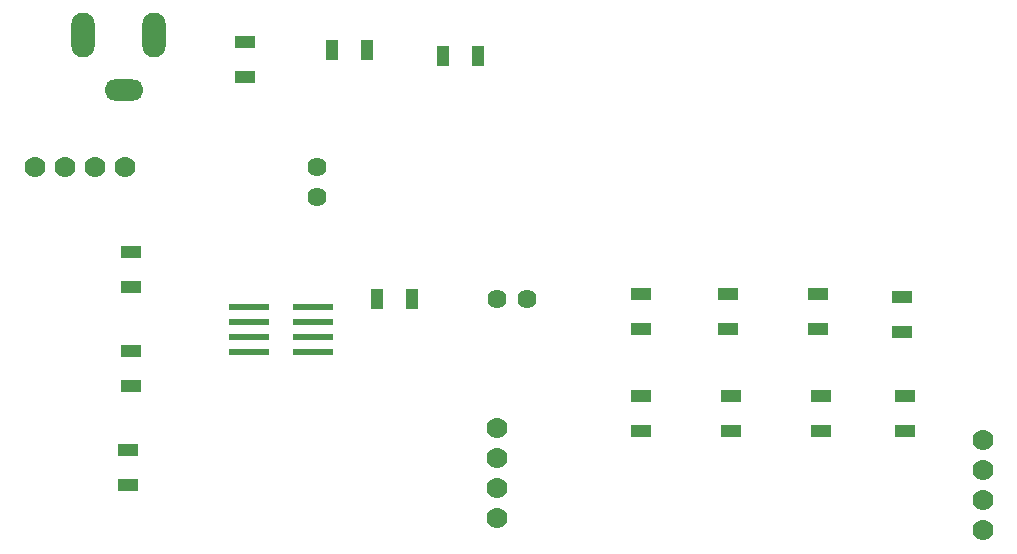
<source format=gbr>
G04*
G04 #@! TF.GenerationSoftware,Altium Limited,Altium Designer,24.1.2 (44)*
G04*
G04 Layer_Color=255*
%FSLAX25Y25*%
%MOIN*%
G70*
G04*
G04 #@! TF.SameCoordinates,8322A510-022E-4162-8CB1-5861A19C918E*
G04*
G04*
G04 #@! TF.FilePolarity,Positive*
G04*
G01*
G75*
%ADD19R,0.13386X0.02362*%
%ADD20R,0.07100X0.04400*%
%ADD21R,0.04400X0.07100*%
%ADD31O,0.12992X0.07087*%
%ADD32O,0.07874X0.14961*%
%ADD33C,0.07000*%
%ADD34C,0.06378*%
D19*
X87370Y89500D02*
D03*
Y84500D02*
D03*
Y79500D02*
D03*
Y74500D02*
D03*
X108630D02*
D03*
Y79500D02*
D03*
Y84500D02*
D03*
Y89500D02*
D03*
D20*
X86000Y166000D02*
D03*
Y177800D02*
D03*
X48000Y107800D02*
D03*
Y96000D02*
D03*
Y74850D02*
D03*
Y63050D02*
D03*
X305000Y81100D02*
D03*
Y92900D02*
D03*
X277000Y82000D02*
D03*
Y93800D02*
D03*
X247000Y82100D02*
D03*
Y93900D02*
D03*
X218000Y82100D02*
D03*
Y93900D02*
D03*
X248000Y59900D02*
D03*
Y48100D02*
D03*
X306000Y59900D02*
D03*
Y48100D02*
D03*
X218000Y59900D02*
D03*
Y48100D02*
D03*
X278000Y59900D02*
D03*
Y48100D02*
D03*
X47162Y30100D02*
D03*
Y41900D02*
D03*
D21*
X126900Y175000D02*
D03*
X115100D02*
D03*
X152100Y173000D02*
D03*
X163900D02*
D03*
X130100Y92000D02*
D03*
X141900D02*
D03*
D31*
X45779Y161693D02*
D03*
D32*
X32000Y180000D02*
D03*
X55622D02*
D03*
D33*
X36000Y136000D02*
D03*
X46000D02*
D03*
X16000D02*
D03*
X26000D02*
D03*
X170000Y29000D02*
D03*
Y19000D02*
D03*
Y49000D02*
D03*
Y39000D02*
D03*
X332000Y25000D02*
D03*
Y15000D02*
D03*
Y45000D02*
D03*
Y35000D02*
D03*
D34*
X110000Y126000D02*
D03*
Y136000D02*
D03*
X170000Y92000D02*
D03*
X180000D02*
D03*
M02*

</source>
